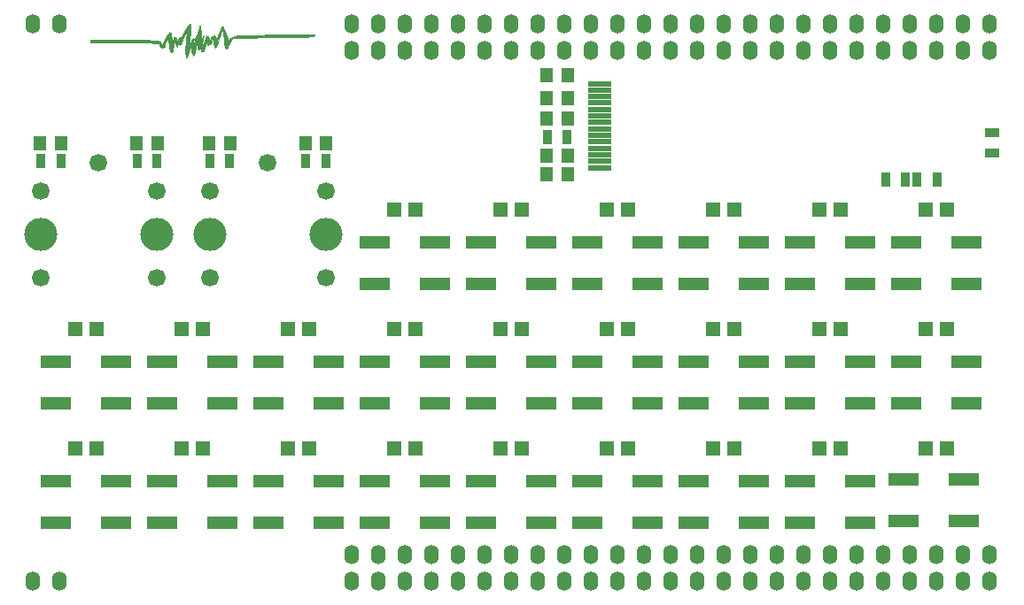
<source format=gts>
G04 #@! TF.FileFunction,Soldermask,Top*
%FSLAX46Y46*%
G04 Gerber Fmt 4.6, Leading zero omitted, Abs format (unit mm)*
G04 Created by KiCad (PCBNEW 4.0.5-e0-6337~52~ubuntu16.10.1) date Sun Jan 15 19:05:05 2017*
%MOMM*%
%LPD*%
G01*
G04 APERTURE LIST*
%ADD10C,0.100000*%
%ADD11C,0.010000*%
%ADD12R,1.160000X1.410000*%
%ADD13R,2.910000X1.160000*%
%ADD14O,1.360000X1.860000*%
%ADD15R,1.358880X1.358880*%
%ADD16R,1.460000X0.860000*%
%ADD17R,0.860000X1.460000*%
%ADD18C,1.684000*%
%ADD19C,3.160000*%
%ADD20R,2.160000X0.480000*%
G04 APERTURE END LIST*
D10*
D11*
G36*
X97577999Y-84655577D02*
X97610373Y-84715281D01*
X97616957Y-84777953D01*
X97618778Y-84885493D01*
X97616401Y-85026577D01*
X97610386Y-85189882D01*
X97601295Y-85364082D01*
X97589691Y-85537853D01*
X97576137Y-85699871D01*
X97561192Y-85838813D01*
X97551008Y-85911334D01*
X97529846Y-86063605D01*
X97511103Y-86233918D01*
X97498778Y-86385864D01*
X97498633Y-86388317D01*
X97484753Y-86625412D01*
X97555728Y-86501206D01*
X97605901Y-86410298D01*
X97667201Y-86294910D01*
X97721982Y-86188600D01*
X97772525Y-86094391D01*
X97817536Y-86020511D01*
X97848146Y-85981377D01*
X97850468Y-85979677D01*
X97892270Y-85978187D01*
X97924671Y-86015898D01*
X97938439Y-86075568D01*
X97929747Y-86127758D01*
X97912571Y-86197549D01*
X97904663Y-86279866D01*
X97906058Y-86356132D01*
X97916789Y-86407767D01*
X97929221Y-86419334D01*
X97941112Y-86414528D01*
X97955170Y-86396222D01*
X97973595Y-86358581D01*
X97998588Y-86295770D01*
X98032349Y-86201953D01*
X98077078Y-86071297D01*
X98126448Y-85923494D01*
X98305266Y-85923494D01*
X98306722Y-85996471D01*
X98311301Y-86016820D01*
X98331759Y-86047782D01*
X98350900Y-86029287D01*
X98369109Y-85959701D01*
X98386772Y-85837390D01*
X98404274Y-85660718D01*
X98409103Y-85602482D01*
X98419551Y-85462979D01*
X98426971Y-85345210D01*
X98430800Y-85259797D01*
X98430473Y-85217362D01*
X98429683Y-85214721D01*
X98418919Y-85233583D01*
X98401625Y-85292798D01*
X98381135Y-85377142D01*
X98360783Y-85471391D01*
X98343904Y-85560322D01*
X98333832Y-85628712D01*
X98332746Y-85657334D01*
X98331539Y-85709271D01*
X98321906Y-85791810D01*
X98315296Y-85833376D01*
X98305266Y-85923494D01*
X98126448Y-85923494D01*
X98134976Y-85897966D01*
X98199564Y-85702476D01*
X98253123Y-85542539D01*
X98303540Y-85396783D01*
X98347101Y-85275584D01*
X98380093Y-85189320D01*
X98396537Y-85152143D01*
X98424746Y-85078467D01*
X98448102Y-84980950D01*
X98453798Y-84944722D01*
X98474488Y-84856877D01*
X98504246Y-84813765D01*
X98537132Y-84819109D01*
X98566421Y-84874167D01*
X98573186Y-84920550D01*
X98580384Y-85014020D01*
X98587527Y-85145227D01*
X98594131Y-85304819D01*
X98599707Y-85483447D01*
X98601161Y-85541639D01*
X98615341Y-86145612D01*
X98697697Y-85993195D01*
X98766196Y-85873586D01*
X98826272Y-85782186D01*
X98872589Y-85726327D01*
X98899807Y-85713342D01*
X98900832Y-85714200D01*
X98897556Y-85745064D01*
X98875754Y-85812444D01*
X98842023Y-85897222D01*
X98795342Y-86041772D01*
X98764366Y-86209507D01*
X98751336Y-86379024D01*
X98758491Y-86528920D01*
X98769779Y-86587716D01*
X98780619Y-86624592D01*
X98791932Y-86640763D01*
X98807509Y-86630330D01*
X98831141Y-86587397D01*
X98866620Y-86506065D01*
X98917737Y-86380439D01*
X98942153Y-86319605D01*
X98995707Y-86181917D01*
X99040489Y-86058930D01*
X99072559Y-85962069D01*
X99087975Y-85902756D01*
X99088772Y-85894541D01*
X99108748Y-85830846D01*
X99143757Y-85785559D01*
X99182236Y-85755975D01*
X99212658Y-85759152D01*
X99254546Y-85799907D01*
X99269039Y-85816463D01*
X99321158Y-85900179D01*
X99355966Y-85998326D01*
X99358238Y-86010111D01*
X99374709Y-86090464D01*
X99391796Y-86148587D01*
X99395456Y-86156672D01*
X99418546Y-86150424D01*
X99466240Y-86101786D01*
X99533475Y-86016387D01*
X99579547Y-85952060D01*
X99665516Y-85833856D01*
X99732474Y-85758434D01*
X99789739Y-85719758D01*
X99846628Y-85711789D01*
X99912459Y-85728490D01*
X99920116Y-85731370D01*
X99964544Y-85770239D01*
X100012633Y-85843372D01*
X100053616Y-85930463D01*
X100076726Y-86011204D01*
X100078535Y-86030154D01*
X100088757Y-86045405D01*
X100116488Y-86007821D01*
X100161401Y-85918117D01*
X100223167Y-85777006D01*
X100301455Y-85585206D01*
X100395936Y-85343430D01*
X100402161Y-85327226D01*
X100458816Y-85181974D01*
X100510421Y-85054066D01*
X100552838Y-84953425D01*
X100581931Y-84889976D01*
X100591036Y-84874167D01*
X100632593Y-84849859D01*
X100691039Y-84839266D01*
X100740935Y-84844546D01*
X100757417Y-84860056D01*
X100762880Y-84902072D01*
X100768355Y-84951778D01*
X100782087Y-85003896D01*
X100814286Y-85095072D01*
X100860279Y-85212879D01*
X100915397Y-85344891D01*
X100920790Y-85357376D01*
X101008355Y-85570618D01*
X101080601Y-85769026D01*
X101134669Y-85943507D01*
X101167703Y-86084969D01*
X101177111Y-86173164D01*
X101179249Y-86206994D01*
X101190467Y-86219032D01*
X101217970Y-86205022D01*
X101268963Y-86160709D01*
X101350650Y-86081839D01*
X101379079Y-86053895D01*
X101480248Y-85957600D01*
X101562812Y-85891297D01*
X101645240Y-85844488D01*
X101746000Y-85806672D01*
X101882667Y-85767590D01*
X101935505Y-85760384D01*
X102039949Y-85752526D01*
X102191166Y-85744148D01*
X102384321Y-85735379D01*
X102614582Y-85726351D01*
X102877116Y-85717194D01*
X103167088Y-85708038D01*
X103479666Y-85699015D01*
X103810017Y-85690255D01*
X104153306Y-85681889D01*
X104504701Y-85674048D01*
X104859368Y-85666862D01*
X105212474Y-85660461D01*
X105559186Y-85654977D01*
X105894669Y-85650541D01*
X106214092Y-85647282D01*
X106377048Y-85646066D01*
X106528245Y-85644035D01*
X106657377Y-85640273D01*
X106754926Y-85635219D01*
X106811370Y-85629315D01*
X106821548Y-85625477D01*
X106846197Y-85620470D01*
X106909013Y-85627459D01*
X106954431Y-85636071D01*
X107043298Y-85650274D01*
X107088503Y-85644217D01*
X107097953Y-85632474D01*
X107125898Y-85615270D01*
X107141466Y-85620994D01*
X107179286Y-85628118D01*
X107263699Y-85635137D01*
X107384853Y-85641514D01*
X107532899Y-85646713D01*
X107668222Y-85649732D01*
X107830604Y-85652468D01*
X107973819Y-85654905D01*
X108088136Y-85656877D01*
X108163822Y-85658215D01*
X108190333Y-85658724D01*
X108226689Y-85658690D01*
X108309590Y-85658147D01*
X108429142Y-85657175D01*
X108575448Y-85655852D01*
X108698333Y-85654663D01*
X108960030Y-85653357D01*
X109172146Y-85655093D01*
X109333165Y-85659816D01*
X109441572Y-85667469D01*
X109495852Y-85677997D01*
X109502234Y-85684102D01*
X109475113Y-85727530D01*
X109405355Y-85767755D01*
X109306748Y-85800087D01*
X109193081Y-85819835D01*
X109093444Y-85823163D01*
X109036003Y-85827333D01*
X108945724Y-85840589D01*
X108867667Y-85855046D01*
X108828059Y-85862686D01*
X108787309Y-85869286D01*
X108741292Y-85874904D01*
X108685883Y-85879600D01*
X108616957Y-85883432D01*
X108530388Y-85886458D01*
X108422053Y-85888737D01*
X108287825Y-85890328D01*
X108123581Y-85891288D01*
X107925195Y-85891676D01*
X107688542Y-85891551D01*
X107409497Y-85890972D01*
X107083935Y-85889996D01*
X106707732Y-85888683D01*
X106539333Y-85888066D01*
X106224753Y-85887514D01*
X105904739Y-85888081D01*
X105588052Y-85889677D01*
X105283451Y-85892213D01*
X104999695Y-85895601D01*
X104745544Y-85899750D01*
X104529756Y-85904572D01*
X104361090Y-85909977D01*
X104352111Y-85910341D01*
X104105184Y-85919232D01*
X103824330Y-85927269D01*
X103531993Y-85933942D01*
X103250617Y-85938739D01*
X103002643Y-85941150D01*
X102997444Y-85941173D01*
X102782553Y-85942926D01*
X102563714Y-85946146D01*
X102354764Y-85950527D01*
X102169536Y-85955761D01*
X102021866Y-85961542D01*
X101980023Y-85963729D01*
X101819031Y-85974674D01*
X101703512Y-85990165D01*
X101622523Y-86016544D01*
X101565120Y-86060151D01*
X101520360Y-86127326D01*
X101477301Y-86224410D01*
X101461591Y-86264111D01*
X101411227Y-86380118D01*
X101352621Y-86497307D01*
X101316570Y-86560445D01*
X101259052Y-86662049D01*
X101206695Y-86768735D01*
X101190986Y-86805668D01*
X101134104Y-86898949D01*
X101063548Y-86945667D01*
X100990799Y-86946020D01*
X100927339Y-86900207D01*
X100884651Y-86808428D01*
X100882748Y-86800334D01*
X100876660Y-86753831D01*
X100867971Y-86661948D01*
X100857600Y-86535641D01*
X100846468Y-86385864D01*
X100839593Y-86286122D01*
X100823558Y-86095097D01*
X100800894Y-85889901D01*
X100774307Y-85692093D01*
X100746502Y-85523233D01*
X100739048Y-85484963D01*
X100712317Y-85352499D01*
X100690255Y-85240862D01*
X100675046Y-85161268D01*
X100668873Y-85124935D01*
X100668835Y-85124286D01*
X100659784Y-85126127D01*
X100636587Y-85169307D01*
X100604088Y-85242010D01*
X100567132Y-85332420D01*
X100530564Y-85428724D01*
X100499227Y-85519105D01*
X100479205Y-85586778D01*
X100453249Y-85680842D01*
X100429468Y-85753450D01*
X100415589Y-85784334D01*
X100399918Y-85822085D01*
X100374001Y-85901504D01*
X100341898Y-86009657D01*
X100318127Y-86094778D01*
X100264366Y-86288962D01*
X100221308Y-86435942D01*
X100186246Y-86543341D01*
X100156468Y-86618783D01*
X100129267Y-86669890D01*
X100101933Y-86704286D01*
X100101270Y-86704952D01*
X100061476Y-86753181D01*
X100048222Y-86782767D01*
X100028896Y-86819416D01*
X100005007Y-86843399D01*
X99965584Y-86860324D01*
X99932663Y-86836880D01*
X99904762Y-86769214D01*
X99880400Y-86653473D01*
X99858097Y-86485803D01*
X99854365Y-86451493D01*
X99830400Y-86254709D01*
X99805615Y-86105527D01*
X99780672Y-86005486D01*
X99756232Y-85956126D01*
X99732956Y-85958984D01*
X99711505Y-86015600D01*
X99698001Y-86087569D01*
X99647827Y-86276291D01*
X99561085Y-86438680D01*
X99444356Y-86563159D01*
X99415889Y-86583913D01*
X99340567Y-86633163D01*
X99295626Y-86653481D01*
X99264911Y-86647882D01*
X99232267Y-86619378D01*
X99231242Y-86618353D01*
X99194301Y-86556802D01*
X99165954Y-86465812D01*
X99159463Y-86428423D01*
X99147511Y-86339051D01*
X99137861Y-86269140D01*
X99135077Y-86250000D01*
X99125895Y-86253895D01*
X99107460Y-86302687D01*
X99083431Y-86386324D01*
X99078561Y-86405222D01*
X99020784Y-86632948D01*
X98974830Y-86812187D01*
X98938611Y-86949157D01*
X98910042Y-87050075D01*
X98887035Y-87121157D01*
X98867505Y-87168622D01*
X98849363Y-87198686D01*
X98830524Y-87217566D01*
X98808901Y-87231480D01*
X98799458Y-87236793D01*
X98717192Y-87260215D01*
X98651785Y-87236609D01*
X98615698Y-87170867D01*
X98614493Y-87164197D01*
X98604414Y-87107133D01*
X98587744Y-87018409D01*
X98575578Y-86955556D01*
X98557526Y-86871037D01*
X98544104Y-86835506D01*
X98531031Y-86842213D01*
X98519982Y-86867924D01*
X98506564Y-86940884D01*
X98511409Y-86987868D01*
X98513965Y-87023073D01*
X98482664Y-87037802D01*
X98428673Y-87040222D01*
X98362105Y-87034624D01*
X98326396Y-87007042D01*
X98301863Y-86941296D01*
X98299928Y-86934389D01*
X98274895Y-86786864D01*
X98275809Y-86611076D01*
X98302897Y-86397469D01*
X98314220Y-86334745D01*
X98332633Y-86226898D01*
X98343347Y-86141717D01*
X98344751Y-86093126D01*
X98342812Y-86087405D01*
X98322869Y-86097907D01*
X98295871Y-86148828D01*
X98267330Y-86225563D01*
X98242760Y-86313503D01*
X98228629Y-86389922D01*
X98215816Y-86464104D01*
X98192178Y-86576816D01*
X98161233Y-86711996D01*
X98130733Y-86836854D01*
X98093809Y-86989807D01*
X98058958Y-87145477D01*
X98030678Y-87283170D01*
X98016247Y-87363687D01*
X97991141Y-87493951D01*
X97962750Y-87576456D01*
X97926565Y-87619874D01*
X97878078Y-87632878D01*
X97876282Y-87632889D01*
X97831234Y-87605889D01*
X97792679Y-87529314D01*
X97762000Y-87409801D01*
X97740579Y-87253989D01*
X97729800Y-87068514D01*
X97729280Y-86927334D01*
X97735246Y-86574556D01*
X97667907Y-86701556D01*
X97621022Y-86807440D01*
X97579371Y-86930222D01*
X97565376Y-86983778D01*
X97535101Y-87090963D01*
X97497153Y-87191194D01*
X97476869Y-87232336D01*
X97441205Y-87310857D01*
X97423983Y-87380394D01*
X97423691Y-87387558D01*
X97414349Y-87443426D01*
X97389569Y-87533634D01*
X97354440Y-87639941D01*
X97349356Y-87654056D01*
X97305082Y-87765314D01*
X97268729Y-87830083D01*
X97235076Y-87856765D01*
X97222220Y-87858667D01*
X97193483Y-87851795D01*
X97177512Y-87822973D01*
X97170743Y-87759893D01*
X97169556Y-87676888D01*
X97164684Y-87573014D01*
X97151563Y-87500627D01*
X97137189Y-87475105D01*
X97123853Y-87446975D01*
X97116920Y-87379591D01*
X97116214Y-87267695D01*
X97121557Y-87106031D01*
X97123451Y-87064850D01*
X97130620Y-86947355D01*
X97142099Y-86798175D01*
X97157008Y-86625712D01*
X97174466Y-86438368D01*
X97193589Y-86244545D01*
X97213498Y-86052644D01*
X97233309Y-85871067D01*
X97252142Y-85708216D01*
X97269114Y-85572493D01*
X97283345Y-85472299D01*
X97293952Y-85416036D01*
X97297397Y-85407196D01*
X97325571Y-85412378D01*
X97349630Y-85428759D01*
X97376696Y-85441079D01*
X97394603Y-85415508D01*
X97409559Y-85346212D01*
X97419156Y-85271644D01*
X97419597Y-85224557D01*
X97417347Y-85218384D01*
X97397845Y-85234692D01*
X97356425Y-85288468D01*
X97300971Y-85369244D01*
X97283099Y-85396675D01*
X97206502Y-85514870D01*
X97124689Y-85639975D01*
X97057298Y-85742000D01*
X96949230Y-85910331D01*
X96871620Y-86046937D01*
X96818696Y-86163374D01*
X96784682Y-86271199D01*
X96777732Y-86301556D01*
X96736834Y-86453816D01*
X96688559Y-86553986D01*
X96630355Y-86606213D01*
X96583944Y-86616457D01*
X96558360Y-86591563D01*
X96548667Y-86526901D01*
X96548667Y-86436912D01*
X96491123Y-86498679D01*
X96437597Y-86543295D01*
X96395031Y-86560445D01*
X96371378Y-86575716D01*
X96367069Y-86628609D01*
X96372203Y-86677654D01*
X96378148Y-86751525D01*
X96368284Y-86777969D01*
X96354263Y-86774059D01*
X96300755Y-86719622D01*
X96240277Y-86624331D01*
X96180084Y-86501955D01*
X96127434Y-86366264D01*
X96109725Y-86310023D01*
X96049031Y-86101935D01*
X96030150Y-86225357D01*
X96020739Y-86297861D01*
X96007783Y-86412737D01*
X95992764Y-86556136D01*
X95977162Y-86714208D01*
X95971681Y-86772111D01*
X95956519Y-86924173D01*
X95941330Y-87058871D01*
X95927517Y-87164935D01*
X95916485Y-87231094D01*
X95912805Y-87244834D01*
X95872777Y-87279913D01*
X95804040Y-87294284D01*
X95730836Y-87286787D01*
X95677408Y-87256263D01*
X95677270Y-87256097D01*
X95655398Y-87206710D01*
X95635961Y-87124875D01*
X95629240Y-87079708D01*
X95614221Y-86985687D01*
X95595187Y-86907739D01*
X95586798Y-86885000D01*
X95576400Y-86838031D01*
X95564996Y-86745963D01*
X95553677Y-86620105D01*
X95543534Y-86471762D01*
X95539166Y-86391111D01*
X95517586Y-85953667D01*
X95465383Y-86052445D01*
X95407590Y-86140876D01*
X95338361Y-86221098D01*
X95334076Y-86225175D01*
X95286065Y-86290733D01*
X95234900Y-86392396D01*
X95188109Y-86510847D01*
X95153216Y-86626765D01*
X95137749Y-86720831D01*
X95137556Y-86729624D01*
X95120514Y-86787845D01*
X95085509Y-86844244D01*
X95011042Y-86899106D01*
X94923585Y-86907464D01*
X94833248Y-86874316D01*
X94750140Y-86804660D01*
X94684372Y-86703492D01*
X94658366Y-86633102D01*
X94624748Y-86513030D01*
X94408430Y-86480106D01*
X94285925Y-86463767D01*
X94169013Y-86452033D01*
X94082137Y-86447337D01*
X94079222Y-86447331D01*
X93995755Y-86442666D01*
X93880105Y-86430223D01*
X93755577Y-86412563D01*
X93740556Y-86410118D01*
X93688784Y-86403458D01*
X93617020Y-86397629D01*
X93522073Y-86392597D01*
X93400753Y-86388323D01*
X93249871Y-86384772D01*
X93066238Y-86381906D01*
X92846664Y-86379690D01*
X92587959Y-86378086D01*
X92286934Y-86377058D01*
X91940399Y-86376570D01*
X91545165Y-86376584D01*
X91098042Y-86377064D01*
X90890111Y-86377402D01*
X90507360Y-86378314D01*
X90138834Y-86379645D01*
X89788696Y-86381356D01*
X89461104Y-86383406D01*
X89160220Y-86385753D01*
X88890203Y-86388358D01*
X88655213Y-86391179D01*
X88459412Y-86394175D01*
X88306959Y-86397307D01*
X88202015Y-86400532D01*
X88148740Y-86403811D01*
X88145500Y-86404298D01*
X88025556Y-86426548D01*
X88025556Y-86145597D01*
X88328944Y-86129260D01*
X88435983Y-86125486D01*
X88589150Y-86122860D01*
X88778141Y-86121418D01*
X88992651Y-86121195D01*
X89222376Y-86122227D01*
X89457011Y-86124548D01*
X89507222Y-86125221D01*
X89776642Y-86128514D01*
X90075000Y-86131321D01*
X90384500Y-86133528D01*
X90687343Y-86135025D01*
X90965733Y-86135700D01*
X91158222Y-86135575D01*
X91371985Y-86135281D01*
X91576052Y-86135451D01*
X91760967Y-86136041D01*
X91917272Y-86137010D01*
X92035513Y-86138315D01*
X92103667Y-86139816D01*
X92205666Y-86142287D01*
X92342736Y-86143917D01*
X92493507Y-86144508D01*
X92583444Y-86144271D01*
X92747710Y-86145379D01*
X92940878Y-86149992D01*
X93154264Y-86157592D01*
X93379187Y-86167659D01*
X93606964Y-86179672D01*
X93828912Y-86193113D01*
X94036349Y-86207461D01*
X94220592Y-86222196D01*
X94372958Y-86236799D01*
X94484765Y-86250750D01*
X94540406Y-86261424D01*
X94638547Y-86294021D01*
X94708204Y-86336697D01*
X94765612Y-86403530D01*
X94827008Y-86508595D01*
X94828320Y-86511056D01*
X94867850Y-86576250D01*
X94899741Y-86613513D01*
X94907158Y-86616889D01*
X94928675Y-86592856D01*
X94962306Y-86530268D01*
X94995743Y-86454611D01*
X95066981Y-86291448D01*
X95149387Y-86121700D01*
X95238181Y-85953373D01*
X95328582Y-85794472D01*
X95415811Y-85653004D01*
X95495087Y-85536974D01*
X95561631Y-85454388D01*
X95610661Y-85413251D01*
X95619195Y-85410452D01*
X95687952Y-85422632D01*
X95733447Y-85480912D01*
X95747800Y-85549807D01*
X95755633Y-85621297D01*
X95771439Y-85728115D01*
X95792189Y-85850226D01*
X95798225Y-85883111D01*
X95819208Y-86004345D01*
X95835310Y-86114189D01*
X95843791Y-86193408D01*
X95844430Y-86207667D01*
X95847449Y-86247613D01*
X95858309Y-86253186D01*
X95882462Y-86219274D01*
X95925355Y-86140768D01*
X95934702Y-86123000D01*
X95978819Y-86031809D01*
X96008155Y-85957235D01*
X96016306Y-85916350D01*
X96031852Y-85889748D01*
X96087642Y-85888128D01*
X96153214Y-85912902D01*
X96210521Y-85977796D01*
X96229994Y-86010111D01*
X96269337Y-86092806D01*
X96292038Y-86165681D01*
X96294202Y-86184835D01*
X96303485Y-86245370D01*
X96330399Y-86253934D01*
X96375491Y-86210199D01*
X96439307Y-86113838D01*
X96453696Y-86089378D01*
X96523029Y-85976533D01*
X96573537Y-85912265D01*
X96609239Y-85893535D01*
X96634156Y-85917305D01*
X96644187Y-85945457D01*
X96656176Y-85971176D01*
X96674268Y-85966785D01*
X96704060Y-85926106D01*
X96751147Y-85842955D01*
X96771751Y-85804548D01*
X96828198Y-85696334D01*
X96878067Y-85596729D01*
X96912041Y-85524428D01*
X96915950Y-85515271D01*
X96950935Y-85457219D01*
X96988017Y-85431617D01*
X96989535Y-85431556D01*
X97020623Y-85407917D01*
X97028444Y-85372519D01*
X97045414Y-85309587D01*
X97086340Y-85239828D01*
X97087405Y-85238464D01*
X97210858Y-85076567D01*
X97312181Y-84933887D01*
X97386303Y-84817922D01*
X97428150Y-84736170D01*
X97429326Y-84733056D01*
X97472754Y-84663819D01*
X97527056Y-84637527D01*
X97577999Y-84655577D01*
X97577999Y-84655577D01*
G37*
X97577999Y-84655577D02*
X97610373Y-84715281D01*
X97616957Y-84777953D01*
X97618778Y-84885493D01*
X97616401Y-85026577D01*
X97610386Y-85189882D01*
X97601295Y-85364082D01*
X97589691Y-85537853D01*
X97576137Y-85699871D01*
X97561192Y-85838813D01*
X97551008Y-85911334D01*
X97529846Y-86063605D01*
X97511103Y-86233918D01*
X97498778Y-86385864D01*
X97498633Y-86388317D01*
X97484753Y-86625412D01*
X97555728Y-86501206D01*
X97605901Y-86410298D01*
X97667201Y-86294910D01*
X97721982Y-86188600D01*
X97772525Y-86094391D01*
X97817536Y-86020511D01*
X97848146Y-85981377D01*
X97850468Y-85979677D01*
X97892270Y-85978187D01*
X97924671Y-86015898D01*
X97938439Y-86075568D01*
X97929747Y-86127758D01*
X97912571Y-86197549D01*
X97904663Y-86279866D01*
X97906058Y-86356132D01*
X97916789Y-86407767D01*
X97929221Y-86419334D01*
X97941112Y-86414528D01*
X97955170Y-86396222D01*
X97973595Y-86358581D01*
X97998588Y-86295770D01*
X98032349Y-86201953D01*
X98077078Y-86071297D01*
X98126448Y-85923494D01*
X98305266Y-85923494D01*
X98306722Y-85996471D01*
X98311301Y-86016820D01*
X98331759Y-86047782D01*
X98350900Y-86029287D01*
X98369109Y-85959701D01*
X98386772Y-85837390D01*
X98404274Y-85660718D01*
X98409103Y-85602482D01*
X98419551Y-85462979D01*
X98426971Y-85345210D01*
X98430800Y-85259797D01*
X98430473Y-85217362D01*
X98429683Y-85214721D01*
X98418919Y-85233583D01*
X98401625Y-85292798D01*
X98381135Y-85377142D01*
X98360783Y-85471391D01*
X98343904Y-85560322D01*
X98333832Y-85628712D01*
X98332746Y-85657334D01*
X98331539Y-85709271D01*
X98321906Y-85791810D01*
X98315296Y-85833376D01*
X98305266Y-85923494D01*
X98126448Y-85923494D01*
X98134976Y-85897966D01*
X98199564Y-85702476D01*
X98253123Y-85542539D01*
X98303540Y-85396783D01*
X98347101Y-85275584D01*
X98380093Y-85189320D01*
X98396537Y-85152143D01*
X98424746Y-85078467D01*
X98448102Y-84980950D01*
X98453798Y-84944722D01*
X98474488Y-84856877D01*
X98504246Y-84813765D01*
X98537132Y-84819109D01*
X98566421Y-84874167D01*
X98573186Y-84920550D01*
X98580384Y-85014020D01*
X98587527Y-85145227D01*
X98594131Y-85304819D01*
X98599707Y-85483447D01*
X98601161Y-85541639D01*
X98615341Y-86145612D01*
X98697697Y-85993195D01*
X98766196Y-85873586D01*
X98826272Y-85782186D01*
X98872589Y-85726327D01*
X98899807Y-85713342D01*
X98900832Y-85714200D01*
X98897556Y-85745064D01*
X98875754Y-85812444D01*
X98842023Y-85897222D01*
X98795342Y-86041772D01*
X98764366Y-86209507D01*
X98751336Y-86379024D01*
X98758491Y-86528920D01*
X98769779Y-86587716D01*
X98780619Y-86624592D01*
X98791932Y-86640763D01*
X98807509Y-86630330D01*
X98831141Y-86587397D01*
X98866620Y-86506065D01*
X98917737Y-86380439D01*
X98942153Y-86319605D01*
X98995707Y-86181917D01*
X99040489Y-86058930D01*
X99072559Y-85962069D01*
X99087975Y-85902756D01*
X99088772Y-85894541D01*
X99108748Y-85830846D01*
X99143757Y-85785559D01*
X99182236Y-85755975D01*
X99212658Y-85759152D01*
X99254546Y-85799907D01*
X99269039Y-85816463D01*
X99321158Y-85900179D01*
X99355966Y-85998326D01*
X99358238Y-86010111D01*
X99374709Y-86090464D01*
X99391796Y-86148587D01*
X99395456Y-86156672D01*
X99418546Y-86150424D01*
X99466240Y-86101786D01*
X99533475Y-86016387D01*
X99579547Y-85952060D01*
X99665516Y-85833856D01*
X99732474Y-85758434D01*
X99789739Y-85719758D01*
X99846628Y-85711789D01*
X99912459Y-85728490D01*
X99920116Y-85731370D01*
X99964544Y-85770239D01*
X100012633Y-85843372D01*
X100053616Y-85930463D01*
X100076726Y-86011204D01*
X100078535Y-86030154D01*
X100088757Y-86045405D01*
X100116488Y-86007821D01*
X100161401Y-85918117D01*
X100223167Y-85777006D01*
X100301455Y-85585206D01*
X100395936Y-85343430D01*
X100402161Y-85327226D01*
X100458816Y-85181974D01*
X100510421Y-85054066D01*
X100552838Y-84953425D01*
X100581931Y-84889976D01*
X100591036Y-84874167D01*
X100632593Y-84849859D01*
X100691039Y-84839266D01*
X100740935Y-84844546D01*
X100757417Y-84860056D01*
X100762880Y-84902072D01*
X100768355Y-84951778D01*
X100782087Y-85003896D01*
X100814286Y-85095072D01*
X100860279Y-85212879D01*
X100915397Y-85344891D01*
X100920790Y-85357376D01*
X101008355Y-85570618D01*
X101080601Y-85769026D01*
X101134669Y-85943507D01*
X101167703Y-86084969D01*
X101177111Y-86173164D01*
X101179249Y-86206994D01*
X101190467Y-86219032D01*
X101217970Y-86205022D01*
X101268963Y-86160709D01*
X101350650Y-86081839D01*
X101379079Y-86053895D01*
X101480248Y-85957600D01*
X101562812Y-85891297D01*
X101645240Y-85844488D01*
X101746000Y-85806672D01*
X101882667Y-85767590D01*
X101935505Y-85760384D01*
X102039949Y-85752526D01*
X102191166Y-85744148D01*
X102384321Y-85735379D01*
X102614582Y-85726351D01*
X102877116Y-85717194D01*
X103167088Y-85708038D01*
X103479666Y-85699015D01*
X103810017Y-85690255D01*
X104153306Y-85681889D01*
X104504701Y-85674048D01*
X104859368Y-85666862D01*
X105212474Y-85660461D01*
X105559186Y-85654977D01*
X105894669Y-85650541D01*
X106214092Y-85647282D01*
X106377048Y-85646066D01*
X106528245Y-85644035D01*
X106657377Y-85640273D01*
X106754926Y-85635219D01*
X106811370Y-85629315D01*
X106821548Y-85625477D01*
X106846197Y-85620470D01*
X106909013Y-85627459D01*
X106954431Y-85636071D01*
X107043298Y-85650274D01*
X107088503Y-85644217D01*
X107097953Y-85632474D01*
X107125898Y-85615270D01*
X107141466Y-85620994D01*
X107179286Y-85628118D01*
X107263699Y-85635137D01*
X107384853Y-85641514D01*
X107532899Y-85646713D01*
X107668222Y-85649732D01*
X107830604Y-85652468D01*
X107973819Y-85654905D01*
X108088136Y-85656877D01*
X108163822Y-85658215D01*
X108190333Y-85658724D01*
X108226689Y-85658690D01*
X108309590Y-85658147D01*
X108429142Y-85657175D01*
X108575448Y-85655852D01*
X108698333Y-85654663D01*
X108960030Y-85653357D01*
X109172146Y-85655093D01*
X109333165Y-85659816D01*
X109441572Y-85667469D01*
X109495852Y-85677997D01*
X109502234Y-85684102D01*
X109475113Y-85727530D01*
X109405355Y-85767755D01*
X109306748Y-85800087D01*
X109193081Y-85819835D01*
X109093444Y-85823163D01*
X109036003Y-85827333D01*
X108945724Y-85840589D01*
X108867667Y-85855046D01*
X108828059Y-85862686D01*
X108787309Y-85869286D01*
X108741292Y-85874904D01*
X108685883Y-85879600D01*
X108616957Y-85883432D01*
X108530388Y-85886458D01*
X108422053Y-85888737D01*
X108287825Y-85890328D01*
X108123581Y-85891288D01*
X107925195Y-85891676D01*
X107688542Y-85891551D01*
X107409497Y-85890972D01*
X107083935Y-85889996D01*
X106707732Y-85888683D01*
X106539333Y-85888066D01*
X106224753Y-85887514D01*
X105904739Y-85888081D01*
X105588052Y-85889677D01*
X105283451Y-85892213D01*
X104999695Y-85895601D01*
X104745544Y-85899750D01*
X104529756Y-85904572D01*
X104361090Y-85909977D01*
X104352111Y-85910341D01*
X104105184Y-85919232D01*
X103824330Y-85927269D01*
X103531993Y-85933942D01*
X103250617Y-85938739D01*
X103002643Y-85941150D01*
X102997444Y-85941173D01*
X102782553Y-85942926D01*
X102563714Y-85946146D01*
X102354764Y-85950527D01*
X102169536Y-85955761D01*
X102021866Y-85961542D01*
X101980023Y-85963729D01*
X101819031Y-85974674D01*
X101703512Y-85990165D01*
X101622523Y-86016544D01*
X101565120Y-86060151D01*
X101520360Y-86127326D01*
X101477301Y-86224410D01*
X101461591Y-86264111D01*
X101411227Y-86380118D01*
X101352621Y-86497307D01*
X101316570Y-86560445D01*
X101259052Y-86662049D01*
X101206695Y-86768735D01*
X101190986Y-86805668D01*
X101134104Y-86898949D01*
X101063548Y-86945667D01*
X100990799Y-86946020D01*
X100927339Y-86900207D01*
X100884651Y-86808428D01*
X100882748Y-86800334D01*
X100876660Y-86753831D01*
X100867971Y-86661948D01*
X100857600Y-86535641D01*
X100846468Y-86385864D01*
X100839593Y-86286122D01*
X100823558Y-86095097D01*
X100800894Y-85889901D01*
X100774307Y-85692093D01*
X100746502Y-85523233D01*
X100739048Y-85484963D01*
X100712317Y-85352499D01*
X100690255Y-85240862D01*
X100675046Y-85161268D01*
X100668873Y-85124935D01*
X100668835Y-85124286D01*
X100659784Y-85126127D01*
X100636587Y-85169307D01*
X100604088Y-85242010D01*
X100567132Y-85332420D01*
X100530564Y-85428724D01*
X100499227Y-85519105D01*
X100479205Y-85586778D01*
X100453249Y-85680842D01*
X100429468Y-85753450D01*
X100415589Y-85784334D01*
X100399918Y-85822085D01*
X100374001Y-85901504D01*
X100341898Y-86009657D01*
X100318127Y-86094778D01*
X100264366Y-86288962D01*
X100221308Y-86435942D01*
X100186246Y-86543341D01*
X100156468Y-86618783D01*
X100129267Y-86669890D01*
X100101933Y-86704286D01*
X100101270Y-86704952D01*
X100061476Y-86753181D01*
X100048222Y-86782767D01*
X100028896Y-86819416D01*
X100005007Y-86843399D01*
X99965584Y-86860324D01*
X99932663Y-86836880D01*
X99904762Y-86769214D01*
X99880400Y-86653473D01*
X99858097Y-86485803D01*
X99854365Y-86451493D01*
X99830400Y-86254709D01*
X99805615Y-86105527D01*
X99780672Y-86005486D01*
X99756232Y-85956126D01*
X99732956Y-85958984D01*
X99711505Y-86015600D01*
X99698001Y-86087569D01*
X99647827Y-86276291D01*
X99561085Y-86438680D01*
X99444356Y-86563159D01*
X99415889Y-86583913D01*
X99340567Y-86633163D01*
X99295626Y-86653481D01*
X99264911Y-86647882D01*
X99232267Y-86619378D01*
X99231242Y-86618353D01*
X99194301Y-86556802D01*
X99165954Y-86465812D01*
X99159463Y-86428423D01*
X99147511Y-86339051D01*
X99137861Y-86269140D01*
X99135077Y-86250000D01*
X99125895Y-86253895D01*
X99107460Y-86302687D01*
X99083431Y-86386324D01*
X99078561Y-86405222D01*
X99020784Y-86632948D01*
X98974830Y-86812187D01*
X98938611Y-86949157D01*
X98910042Y-87050075D01*
X98887035Y-87121157D01*
X98867505Y-87168622D01*
X98849363Y-87198686D01*
X98830524Y-87217566D01*
X98808901Y-87231480D01*
X98799458Y-87236793D01*
X98717192Y-87260215D01*
X98651785Y-87236609D01*
X98615698Y-87170867D01*
X98614493Y-87164197D01*
X98604414Y-87107133D01*
X98587744Y-87018409D01*
X98575578Y-86955556D01*
X98557526Y-86871037D01*
X98544104Y-86835506D01*
X98531031Y-86842213D01*
X98519982Y-86867924D01*
X98506564Y-86940884D01*
X98511409Y-86987868D01*
X98513965Y-87023073D01*
X98482664Y-87037802D01*
X98428673Y-87040222D01*
X98362105Y-87034624D01*
X98326396Y-87007042D01*
X98301863Y-86941296D01*
X98299928Y-86934389D01*
X98274895Y-86786864D01*
X98275809Y-86611076D01*
X98302897Y-86397469D01*
X98314220Y-86334745D01*
X98332633Y-86226898D01*
X98343347Y-86141717D01*
X98344751Y-86093126D01*
X98342812Y-86087405D01*
X98322869Y-86097907D01*
X98295871Y-86148828D01*
X98267330Y-86225563D01*
X98242760Y-86313503D01*
X98228629Y-86389922D01*
X98215816Y-86464104D01*
X98192178Y-86576816D01*
X98161233Y-86711996D01*
X98130733Y-86836854D01*
X98093809Y-86989807D01*
X98058958Y-87145477D01*
X98030678Y-87283170D01*
X98016247Y-87363687D01*
X97991141Y-87493951D01*
X97962750Y-87576456D01*
X97926565Y-87619874D01*
X97878078Y-87632878D01*
X97876282Y-87632889D01*
X97831234Y-87605889D01*
X97792679Y-87529314D01*
X97762000Y-87409801D01*
X97740579Y-87253989D01*
X97729800Y-87068514D01*
X97729280Y-86927334D01*
X97735246Y-86574556D01*
X97667907Y-86701556D01*
X97621022Y-86807440D01*
X97579371Y-86930222D01*
X97565376Y-86983778D01*
X97535101Y-87090963D01*
X97497153Y-87191194D01*
X97476869Y-87232336D01*
X97441205Y-87310857D01*
X97423983Y-87380394D01*
X97423691Y-87387558D01*
X97414349Y-87443426D01*
X97389569Y-87533634D01*
X97354440Y-87639941D01*
X97349356Y-87654056D01*
X97305082Y-87765314D01*
X97268729Y-87830083D01*
X97235076Y-87856765D01*
X97222220Y-87858667D01*
X97193483Y-87851795D01*
X97177512Y-87822973D01*
X97170743Y-87759893D01*
X97169556Y-87676888D01*
X97164684Y-87573014D01*
X97151563Y-87500627D01*
X97137189Y-87475105D01*
X97123853Y-87446975D01*
X97116920Y-87379591D01*
X97116214Y-87267695D01*
X97121557Y-87106031D01*
X97123451Y-87064850D01*
X97130620Y-86947355D01*
X97142099Y-86798175D01*
X97157008Y-86625712D01*
X97174466Y-86438368D01*
X97193589Y-86244545D01*
X97213498Y-86052644D01*
X97233309Y-85871067D01*
X97252142Y-85708216D01*
X97269114Y-85572493D01*
X97283345Y-85472299D01*
X97293952Y-85416036D01*
X97297397Y-85407196D01*
X97325571Y-85412378D01*
X97349630Y-85428759D01*
X97376696Y-85441079D01*
X97394603Y-85415508D01*
X97409559Y-85346212D01*
X97419156Y-85271644D01*
X97419597Y-85224557D01*
X97417347Y-85218384D01*
X97397845Y-85234692D01*
X97356425Y-85288468D01*
X97300971Y-85369244D01*
X97283099Y-85396675D01*
X97206502Y-85514870D01*
X97124689Y-85639975D01*
X97057298Y-85742000D01*
X96949230Y-85910331D01*
X96871620Y-86046937D01*
X96818696Y-86163374D01*
X96784682Y-86271199D01*
X96777732Y-86301556D01*
X96736834Y-86453816D01*
X96688559Y-86553986D01*
X96630355Y-86606213D01*
X96583944Y-86616457D01*
X96558360Y-86591563D01*
X96548667Y-86526901D01*
X96548667Y-86436912D01*
X96491123Y-86498679D01*
X96437597Y-86543295D01*
X96395031Y-86560445D01*
X96371378Y-86575716D01*
X96367069Y-86628609D01*
X96372203Y-86677654D01*
X96378148Y-86751525D01*
X96368284Y-86777969D01*
X96354263Y-86774059D01*
X96300755Y-86719622D01*
X96240277Y-86624331D01*
X96180084Y-86501955D01*
X96127434Y-86366264D01*
X96109725Y-86310023D01*
X96049031Y-86101935D01*
X96030150Y-86225357D01*
X96020739Y-86297861D01*
X96007783Y-86412737D01*
X95992764Y-86556136D01*
X95977162Y-86714208D01*
X95971681Y-86772111D01*
X95956519Y-86924173D01*
X95941330Y-87058871D01*
X95927517Y-87164935D01*
X95916485Y-87231094D01*
X95912805Y-87244834D01*
X95872777Y-87279913D01*
X95804040Y-87294284D01*
X95730836Y-87286787D01*
X95677408Y-87256263D01*
X95677270Y-87256097D01*
X95655398Y-87206710D01*
X95635961Y-87124875D01*
X95629240Y-87079708D01*
X95614221Y-86985687D01*
X95595187Y-86907739D01*
X95586798Y-86885000D01*
X95576400Y-86838031D01*
X95564996Y-86745963D01*
X95553677Y-86620105D01*
X95543534Y-86471762D01*
X95539166Y-86391111D01*
X95517586Y-85953667D01*
X95465383Y-86052445D01*
X95407590Y-86140876D01*
X95338361Y-86221098D01*
X95334076Y-86225175D01*
X95286065Y-86290733D01*
X95234900Y-86392396D01*
X95188109Y-86510847D01*
X95153216Y-86626765D01*
X95137749Y-86720831D01*
X95137556Y-86729624D01*
X95120514Y-86787845D01*
X95085509Y-86844244D01*
X95011042Y-86899106D01*
X94923585Y-86907464D01*
X94833248Y-86874316D01*
X94750140Y-86804660D01*
X94684372Y-86703492D01*
X94658366Y-86633102D01*
X94624748Y-86513030D01*
X94408430Y-86480106D01*
X94285925Y-86463767D01*
X94169013Y-86452033D01*
X94082137Y-86447337D01*
X94079222Y-86447331D01*
X93995755Y-86442666D01*
X93880105Y-86430223D01*
X93755577Y-86412563D01*
X93740556Y-86410118D01*
X93688784Y-86403458D01*
X93617020Y-86397629D01*
X93522073Y-86392597D01*
X93400753Y-86388323D01*
X93249871Y-86384772D01*
X93066238Y-86381906D01*
X92846664Y-86379690D01*
X92587959Y-86378086D01*
X92286934Y-86377058D01*
X91940399Y-86376570D01*
X91545165Y-86376584D01*
X91098042Y-86377064D01*
X90890111Y-86377402D01*
X90507360Y-86378314D01*
X90138834Y-86379645D01*
X89788696Y-86381356D01*
X89461104Y-86383406D01*
X89160220Y-86385753D01*
X88890203Y-86388358D01*
X88655213Y-86391179D01*
X88459412Y-86394175D01*
X88306959Y-86397307D01*
X88202015Y-86400532D01*
X88148740Y-86403811D01*
X88145500Y-86404298D01*
X88025556Y-86426548D01*
X88025556Y-86145597D01*
X88328944Y-86129260D01*
X88435983Y-86125486D01*
X88589150Y-86122860D01*
X88778141Y-86121418D01*
X88992651Y-86121195D01*
X89222376Y-86122227D01*
X89457011Y-86124548D01*
X89507222Y-86125221D01*
X89776642Y-86128514D01*
X90075000Y-86131321D01*
X90384500Y-86133528D01*
X90687343Y-86135025D01*
X90965733Y-86135700D01*
X91158222Y-86135575D01*
X91371985Y-86135281D01*
X91576052Y-86135451D01*
X91760967Y-86136041D01*
X91917272Y-86137010D01*
X92035513Y-86138315D01*
X92103667Y-86139816D01*
X92205666Y-86142287D01*
X92342736Y-86143917D01*
X92493507Y-86144508D01*
X92583444Y-86144271D01*
X92747710Y-86145379D01*
X92940878Y-86149992D01*
X93154264Y-86157592D01*
X93379187Y-86167659D01*
X93606964Y-86179672D01*
X93828912Y-86193113D01*
X94036349Y-86207461D01*
X94220592Y-86222196D01*
X94372958Y-86236799D01*
X94484765Y-86250750D01*
X94540406Y-86261424D01*
X94638547Y-86294021D01*
X94708204Y-86336697D01*
X94765612Y-86403530D01*
X94827008Y-86508595D01*
X94828320Y-86511056D01*
X94867850Y-86576250D01*
X94899741Y-86613513D01*
X94907158Y-86616889D01*
X94928675Y-86592856D01*
X94962306Y-86530268D01*
X94995743Y-86454611D01*
X95066981Y-86291448D01*
X95149387Y-86121700D01*
X95238181Y-85953373D01*
X95328582Y-85794472D01*
X95415811Y-85653004D01*
X95495087Y-85536974D01*
X95561631Y-85454388D01*
X95610661Y-85413251D01*
X95619195Y-85410452D01*
X95687952Y-85422632D01*
X95733447Y-85480912D01*
X95747800Y-85549807D01*
X95755633Y-85621297D01*
X95771439Y-85728115D01*
X95792189Y-85850226D01*
X95798225Y-85883111D01*
X95819208Y-86004345D01*
X95835310Y-86114189D01*
X95843791Y-86193408D01*
X95844430Y-86207667D01*
X95847449Y-86247613D01*
X95858309Y-86253186D01*
X95882462Y-86219274D01*
X95925355Y-86140768D01*
X95934702Y-86123000D01*
X95978819Y-86031809D01*
X96008155Y-85957235D01*
X96016306Y-85916350D01*
X96031852Y-85889748D01*
X96087642Y-85888128D01*
X96153214Y-85912902D01*
X96210521Y-85977796D01*
X96229994Y-86010111D01*
X96269337Y-86092806D01*
X96292038Y-86165681D01*
X96294202Y-86184835D01*
X96303485Y-86245370D01*
X96330399Y-86253934D01*
X96375491Y-86210199D01*
X96439307Y-86113838D01*
X96453696Y-86089378D01*
X96523029Y-85976533D01*
X96573537Y-85912265D01*
X96609239Y-85893535D01*
X96634156Y-85917305D01*
X96644187Y-85945457D01*
X96656176Y-85971176D01*
X96674268Y-85966785D01*
X96704060Y-85926106D01*
X96751147Y-85842955D01*
X96771751Y-85804548D01*
X96828198Y-85696334D01*
X96878067Y-85596729D01*
X96912041Y-85524428D01*
X96915950Y-85515271D01*
X96950935Y-85457219D01*
X96988017Y-85431617D01*
X96989535Y-85431556D01*
X97020623Y-85407917D01*
X97028444Y-85372519D01*
X97045414Y-85309587D01*
X97086340Y-85239828D01*
X97087405Y-85238464D01*
X97210858Y-85076567D01*
X97312181Y-84933887D01*
X97386303Y-84817922D01*
X97428150Y-84736170D01*
X97429326Y-84733056D01*
X97472754Y-84663819D01*
X97527056Y-84637527D01*
X97577999Y-84655577D01*
D12*
X133666000Y-89500000D03*
X131666000Y-89500000D03*
D13*
X115235000Y-128370000D03*
X120985000Y-128370000D03*
X120985000Y-132370000D03*
X115235000Y-132370000D03*
D14*
X82540000Y-84590000D03*
X85080000Y-84590000D03*
X113020000Y-84590000D03*
X115560000Y-84590000D03*
X118100000Y-84590000D03*
X120640000Y-84590000D03*
X123180000Y-84590000D03*
X125720000Y-84590000D03*
X128260000Y-84590000D03*
X130800000Y-84590000D03*
X133340000Y-84590000D03*
X135880000Y-84590000D03*
X138420000Y-84590000D03*
X140960000Y-84590000D03*
X143500000Y-84590000D03*
X146040000Y-84590000D03*
X148580000Y-84590000D03*
X151120000Y-84590000D03*
X153660000Y-84590000D03*
X156200000Y-84590000D03*
X158740000Y-84590000D03*
X161280000Y-84590000D03*
X163820000Y-84590000D03*
X166360000Y-84590000D03*
X168900000Y-84590000D03*
X171440000Y-84590000D03*
X173980000Y-84590000D03*
X113020000Y-87130000D03*
X115560000Y-87130000D03*
X118100000Y-87130000D03*
X120640000Y-87130000D03*
X123180000Y-87130000D03*
X125720000Y-87130000D03*
X128260000Y-87130000D03*
X130800000Y-87130000D03*
X133340000Y-87130000D03*
X135880000Y-87130000D03*
X138420000Y-87130000D03*
X140960000Y-87130000D03*
X143500000Y-87130000D03*
X146040000Y-87130000D03*
X148580000Y-87130000D03*
X151120000Y-87130000D03*
X153660000Y-87130000D03*
X156200000Y-87130000D03*
X158740000Y-87130000D03*
X161280000Y-87130000D03*
X163820000Y-87130000D03*
X166360000Y-87130000D03*
X168900000Y-87130000D03*
X171440000Y-87130000D03*
X173980000Y-87130000D03*
X82540000Y-137930000D03*
X85080000Y-137930000D03*
X113020000Y-135390000D03*
X115560000Y-135390000D03*
X118100000Y-135390000D03*
X120640000Y-135390000D03*
X123180000Y-135390000D03*
X125720000Y-135390000D03*
X128260000Y-135390000D03*
X130800000Y-135390000D03*
X133340000Y-135390000D03*
X135880000Y-135390000D03*
X138420000Y-135390000D03*
X140960000Y-135390000D03*
X143500000Y-135390000D03*
X146040000Y-135390000D03*
X148580000Y-135390000D03*
X151120000Y-135390000D03*
X153660000Y-135390000D03*
X156200000Y-135390000D03*
X158740000Y-135390000D03*
X161280000Y-135390000D03*
X163820000Y-135390000D03*
X166360000Y-135390000D03*
X168900000Y-135390000D03*
X171440000Y-135390000D03*
X173980000Y-135390000D03*
X113020000Y-137930000D03*
X115560000Y-137930000D03*
X118100000Y-137930000D03*
X120640000Y-137930000D03*
X123180000Y-137930000D03*
X125720000Y-137930000D03*
X128260000Y-137930000D03*
X130800000Y-137930000D03*
X133340000Y-137930000D03*
X135880000Y-137930000D03*
X138420000Y-137930000D03*
X140960000Y-137930000D03*
X143500000Y-137930000D03*
X146040000Y-137930000D03*
X148580000Y-137930000D03*
X151120000Y-137930000D03*
X153660000Y-137930000D03*
X156200000Y-137930000D03*
X158740000Y-137930000D03*
X161280000Y-137930000D03*
X163820000Y-137930000D03*
X166360000Y-137930000D03*
X168900000Y-137930000D03*
X171440000Y-137930000D03*
X173980000Y-137930000D03*
D15*
X149639020Y-102430000D03*
X147540980Y-102430000D03*
X119159020Y-125290000D03*
X117060980Y-125290000D03*
X98839020Y-113860000D03*
X96740980Y-113860000D03*
D12*
X133666000Y-97270000D03*
X131666000Y-97270000D03*
X133666000Y-99048000D03*
X131666000Y-99048000D03*
D15*
X159799020Y-102430000D03*
X157700980Y-102430000D03*
D13*
X115235000Y-116940000D03*
X120985000Y-116940000D03*
X120985000Y-120940000D03*
X115235000Y-120940000D03*
X84755000Y-116940000D03*
X90505000Y-116940000D03*
X90505000Y-120940000D03*
X84755000Y-120940000D03*
D15*
X169959020Y-102430000D03*
X167860980Y-102430000D03*
D13*
X145715000Y-116940000D03*
X151465000Y-116940000D03*
X151465000Y-120940000D03*
X145715000Y-120940000D03*
X155875000Y-116940000D03*
X161625000Y-116940000D03*
X161625000Y-120940000D03*
X155875000Y-120940000D03*
X94915000Y-116940000D03*
X100665000Y-116940000D03*
X100665000Y-120940000D03*
X94915000Y-120940000D03*
X105075000Y-116940000D03*
X110825000Y-116940000D03*
X110825000Y-120940000D03*
X105075000Y-120940000D03*
X125395000Y-116940000D03*
X131145000Y-116940000D03*
X131145000Y-120940000D03*
X125395000Y-120940000D03*
X135555000Y-116940000D03*
X141305000Y-116940000D03*
X141305000Y-120940000D03*
X135555000Y-120940000D03*
X84755000Y-128370000D03*
X90505000Y-128370000D03*
X90505000Y-132370000D03*
X84755000Y-132370000D03*
X94915000Y-128370000D03*
X100665000Y-128370000D03*
X100665000Y-132370000D03*
X94915000Y-132370000D03*
X105075000Y-128370000D03*
X110825000Y-128370000D03*
X110825000Y-132370000D03*
X105075000Y-132370000D03*
X125395000Y-128370000D03*
X131145000Y-128370000D03*
X131145000Y-132370000D03*
X125395000Y-132370000D03*
X135555000Y-128370000D03*
X141305000Y-128370000D03*
X141305000Y-132370000D03*
X135555000Y-132370000D03*
X145715000Y-128370000D03*
X151465000Y-128370000D03*
X151465000Y-132370000D03*
X145715000Y-132370000D03*
X155875000Y-128370000D03*
X161625000Y-128370000D03*
X161625000Y-132370000D03*
X155875000Y-132370000D03*
X166035000Y-116940000D03*
X171785000Y-116940000D03*
X171785000Y-120940000D03*
X166035000Y-120940000D03*
X165806400Y-128200400D03*
X171556400Y-128200400D03*
X171556400Y-132200400D03*
X165806400Y-132200400D03*
X166035000Y-105510000D03*
X171785000Y-105510000D03*
X171785000Y-109510000D03*
X166035000Y-109510000D03*
X115235000Y-105510000D03*
X120985000Y-105510000D03*
X120985000Y-109510000D03*
X115235000Y-109510000D03*
X125395000Y-105510000D03*
X131145000Y-105510000D03*
X131145000Y-109510000D03*
X125395000Y-109510000D03*
X135555000Y-105510000D03*
X141305000Y-105510000D03*
X141305000Y-109510000D03*
X135555000Y-109510000D03*
X145715000Y-105510000D03*
X151465000Y-105510000D03*
X151465000Y-109510000D03*
X145715000Y-109510000D03*
X155875000Y-105510000D03*
X161625000Y-105510000D03*
X161625000Y-109510000D03*
X155875000Y-109510000D03*
D15*
X88679020Y-125290000D03*
X86580980Y-125290000D03*
X98839020Y-125290000D03*
X96740980Y-125290000D03*
X108999020Y-125290000D03*
X106900980Y-125290000D03*
X129319020Y-125290000D03*
X127220980Y-125290000D03*
X139479020Y-125290000D03*
X137380980Y-125290000D03*
X149639020Y-125290000D03*
X147540980Y-125290000D03*
X159799020Y-125290000D03*
X157700980Y-125290000D03*
X169959020Y-125290000D03*
X167860980Y-125290000D03*
X88679020Y-113860000D03*
X86580980Y-113860000D03*
X108999020Y-113860000D03*
X106900980Y-113860000D03*
X119159020Y-113860000D03*
X117060980Y-113860000D03*
X129319020Y-113860000D03*
X127220980Y-113860000D03*
X139479020Y-113860000D03*
X137380980Y-113860000D03*
X149639020Y-113860000D03*
X147540980Y-113860000D03*
X159799020Y-113860000D03*
X157700980Y-113860000D03*
X169959020Y-113860000D03*
X167860980Y-113860000D03*
X119159020Y-102430000D03*
X117060980Y-102430000D03*
X129319020Y-102430000D03*
X127220980Y-102430000D03*
X139479020Y-102430000D03*
X137380980Y-102430000D03*
D16*
X174250000Y-95050000D03*
X174250000Y-96950000D03*
D17*
X167050000Y-99500000D03*
X168950000Y-99500000D03*
X165950000Y-99500000D03*
X164050000Y-99500000D03*
D12*
X133666000Y-93714000D03*
X131666000Y-93714000D03*
X133666000Y-91750000D03*
X131666000Y-91750000D03*
D17*
X133616000Y-95492000D03*
X131716000Y-95492000D03*
D12*
X85251800Y-96003800D03*
X83251800Y-96003800D03*
X92472000Y-96003800D03*
X94472000Y-96003800D03*
X101406200Y-96003800D03*
X99406200Y-96003800D03*
X108601000Y-96003800D03*
X110601000Y-96003800D03*
D17*
X83314500Y-97731000D03*
X85214500Y-97731000D03*
X92522000Y-97731000D03*
X94422000Y-97731000D03*
X99443500Y-97731000D03*
X101343500Y-97731000D03*
X108651000Y-97731000D03*
X110551000Y-97731000D03*
D18*
X88824600Y-97916800D03*
X94424600Y-108916800D03*
X83324600Y-108916800D03*
X94424600Y-100616800D03*
X83324600Y-100616800D03*
D19*
X83324600Y-104766800D03*
X94424600Y-104766800D03*
D18*
X104950000Y-97900000D03*
X110550000Y-108900000D03*
X99450000Y-108900000D03*
X110550000Y-100600000D03*
X99450000Y-100600000D03*
D19*
X99450000Y-104750000D03*
X110550000Y-104750000D03*
D20*
X136700564Y-90330454D03*
X136700564Y-90950454D03*
X136700564Y-91570454D03*
X136700564Y-92190454D03*
X136700564Y-92810454D03*
X136700564Y-93430454D03*
X136700564Y-94050454D03*
X136700564Y-94670454D03*
X136700564Y-95290454D03*
X136700564Y-95910454D03*
X136700564Y-96530454D03*
X136700564Y-97150454D03*
X136700564Y-97770454D03*
X136700564Y-98390454D03*
M02*

</source>
